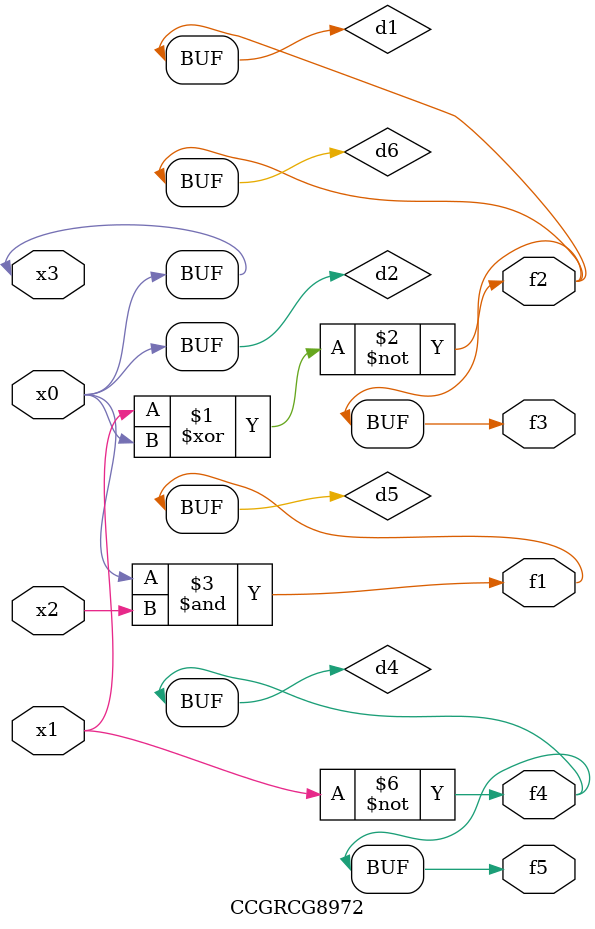
<source format=v>
module CCGRCG8972(
	input x0, x1, x2, x3,
	output f1, f2, f3, f4, f5
);

	wire d1, d2, d3, d4, d5, d6;

	xnor (d1, x1, x3);
	buf (d2, x0, x3);
	nand (d3, x0, x2);
	not (d4, x1);
	nand (d5, d3);
	or (d6, d1);
	assign f1 = d5;
	assign f2 = d6;
	assign f3 = d6;
	assign f4 = d4;
	assign f5 = d4;
endmodule

</source>
